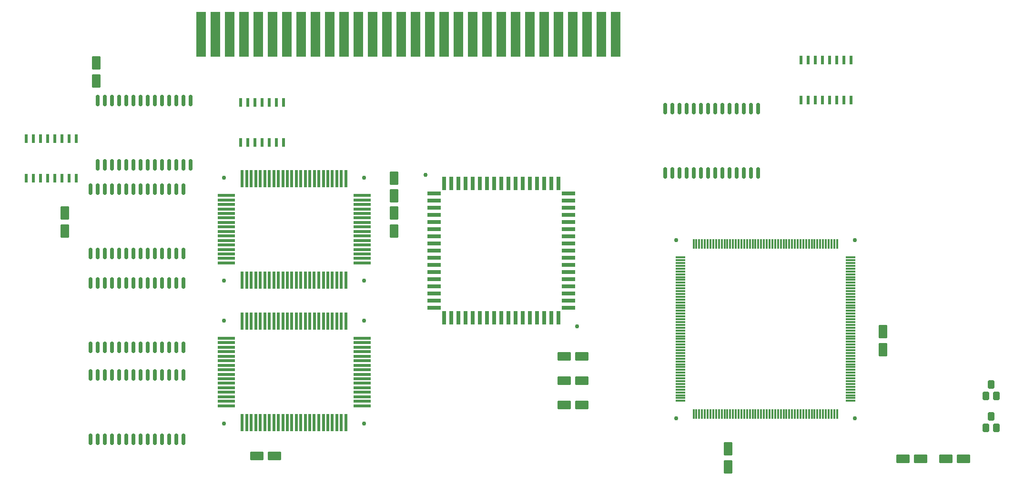
<source format=gtp>
G04 #@! TF.GenerationSoftware,KiCad,Pcbnew,7.0.2-0*
G04 #@! TF.CreationDate,2023-07-10T22:44:26+02:00*
G04 #@! TF.ProjectId,MegaCD,4d656761-4344-42e6-9b69-6361645f7063,rev?*
G04 #@! TF.SameCoordinates,Original*
G04 #@! TF.FileFunction,Paste,Top*
G04 #@! TF.FilePolarity,Positive*
%FSLAX46Y46*%
G04 Gerber Fmt 4.6, Leading zero omitted, Abs format (unit mm)*
G04 Created by KiCad (PCBNEW 7.0.2-0) date 2023-07-10 22:44:26*
%MOMM*%
%LPD*%
G01*
G04 APERTURE LIST*
G04 Aperture macros list*
%AMRoundRect*
0 Rectangle with rounded corners*
0 $1 Rounding radius*
0 $2 $3 $4 $5 $6 $7 $8 $9 X,Y pos of 4 corners*
0 Add a 4 corners polygon primitive as box body*
4,1,4,$2,$3,$4,$5,$6,$7,$8,$9,$2,$3,0*
0 Add four circle primitives for the rounded corners*
1,1,$1+$1,$2,$3*
1,1,$1+$1,$4,$5*
1,1,$1+$1,$6,$7*
1,1,$1+$1,$8,$9*
0 Add four rect primitives between the rounded corners*
20,1,$1+$1,$2,$3,$4,$5,0*
20,1,$1+$1,$4,$5,$6,$7,0*
20,1,$1+$1,$6,$7,$8,$9,0*
20,1,$1+$1,$8,$9,$2,$3,0*%
G04 Aperture macros list end*
%ADD10R,0.600000X1.500000*%
%ADD11RoundRect,0.250000X-0.947000X-0.550000X0.947000X-0.550000X0.947000X0.550000X-0.947000X0.550000X0*%
%ADD12RoundRect,0.150000X0.150000X-0.850000X0.150000X0.850000X-0.150000X0.850000X-0.150000X-0.850000X0*%
%ADD13RoundRect,0.250000X0.550000X-0.947000X0.550000X0.947000X-0.550000X0.947000X-0.550000X-0.947000X0*%
%ADD14C,0.750000*%
%ADD15R,0.500000X3.160000*%
%ADD16R,3.160000X0.500000*%
%ADD17RoundRect,0.300000X0.300000X-0.450000X0.300000X0.450000X-0.300000X0.450000X-0.300000X-0.450000X0*%
%ADD18R,1.778000X8.000000*%
%ADD19RoundRect,0.250000X0.947000X0.550000X-0.947000X0.550000X-0.947000X-0.550000X0.947000X-0.550000X0*%
%ADD20R,2.425000X0.700000*%
%ADD21R,0.700000X2.425000*%
%ADD22RoundRect,0.075000X0.075000X-0.787500X0.075000X0.787500X-0.075000X0.787500X-0.075000X-0.787500X0*%
%ADD23RoundRect,0.075000X0.787500X-0.075000X0.787500X0.075000X-0.787500X0.075000X-0.787500X-0.075000X0*%
G04 APERTURE END LIST*
D10*
X52705000Y-76442000D03*
X53975000Y-76442000D03*
X55245000Y-76442000D03*
X56515000Y-76442000D03*
X57785000Y-76442000D03*
X59055000Y-76442000D03*
X60325000Y-76442000D03*
X61595000Y-76442000D03*
X61595000Y-69342000D03*
X60325000Y-69342000D03*
X59055000Y-69342000D03*
X57785000Y-69342000D03*
X56515000Y-69342000D03*
X55245000Y-69342000D03*
X53975000Y-69342000D03*
X52705000Y-69342000D03*
D11*
X148287000Y-116713000D03*
X151481000Y-116713000D03*
D12*
X166243000Y-75438000D03*
X167513000Y-75438000D03*
X168783000Y-75438000D03*
X170053000Y-75438000D03*
X171323000Y-75438000D03*
X172593000Y-75438000D03*
X173863000Y-75438000D03*
X175133000Y-75438000D03*
X176403000Y-75438000D03*
X177673000Y-75438000D03*
X178943000Y-75438000D03*
X180213000Y-75438000D03*
X181483000Y-75438000D03*
X182753000Y-75438000D03*
X182753000Y-64008000D03*
X181483000Y-64008000D03*
X180213000Y-64008000D03*
X178943000Y-64008000D03*
X177673000Y-64008000D03*
X176403000Y-64008000D03*
X175133000Y-64008000D03*
X173863000Y-64008000D03*
X172593000Y-64008000D03*
X171323000Y-64008000D03*
X170053000Y-64008000D03*
X168783000Y-64008000D03*
X167513000Y-64008000D03*
X166243000Y-64008000D03*
D13*
X59563000Y-85820000D03*
X59563000Y-82626000D03*
X177419000Y-127684000D03*
X177419000Y-124490000D03*
D11*
X148287000Y-112395000D03*
X151481000Y-112395000D03*
X148287000Y-108077000D03*
X151481000Y-108077000D03*
D14*
X87877000Y-119993000D03*
X112769000Y-119991000D03*
X87877000Y-101705000D03*
X112769000Y-101703000D03*
D15*
X91123000Y-119866000D03*
X91923000Y-119866000D03*
X92723000Y-119866000D03*
X93523000Y-119866000D03*
X94323000Y-119866000D03*
X95123000Y-119866000D03*
X95923000Y-119866000D03*
X96723000Y-119866000D03*
X97523000Y-119866000D03*
X98323000Y-119866000D03*
X99123000Y-119866000D03*
X99923000Y-119866000D03*
X100723000Y-119866000D03*
X101523000Y-119866000D03*
X102323000Y-119866000D03*
X103123000Y-119866000D03*
X103903000Y-119866000D03*
X104723000Y-119866000D03*
X105523000Y-119866000D03*
X106323000Y-119866000D03*
X107123000Y-119866000D03*
X107923000Y-119866000D03*
X108723000Y-119866000D03*
X109523000Y-119866000D03*
D16*
X112388000Y-116849000D03*
X112388000Y-116049000D03*
X112388000Y-115249000D03*
X112388000Y-114449000D03*
X112388000Y-113649000D03*
X112388000Y-112849000D03*
X112388000Y-112049000D03*
X112388000Y-111249000D03*
X112388000Y-110449000D03*
X112388000Y-109649000D03*
X112388000Y-108849000D03*
X112388000Y-108049000D03*
X112388000Y-107249000D03*
X112388000Y-106449000D03*
X112388000Y-105649000D03*
X112388000Y-104849000D03*
D15*
X109523000Y-101832000D03*
X108723000Y-101832000D03*
X107923000Y-101832000D03*
X107123000Y-101832000D03*
X106323000Y-101832000D03*
X105523000Y-101832000D03*
X104723000Y-101832000D03*
X103923000Y-101832000D03*
X103123000Y-101832000D03*
X102323000Y-101832000D03*
X101523000Y-101832000D03*
X100723000Y-101832000D03*
X99923000Y-101832000D03*
X99123000Y-101832000D03*
X98323000Y-101832000D03*
X97523000Y-101832000D03*
X96723000Y-101832000D03*
X95923000Y-101832000D03*
X95123000Y-101832000D03*
X94323000Y-101832000D03*
X93523000Y-101832000D03*
X92723000Y-101832000D03*
X91923000Y-101832000D03*
X91123000Y-101832000D03*
D16*
X88258000Y-104849000D03*
X88258000Y-105649000D03*
X88258000Y-106449000D03*
X88258000Y-107249000D03*
X88258000Y-108049000D03*
X88258000Y-108849000D03*
X88258000Y-109649000D03*
X88258000Y-110449000D03*
X88258000Y-111249000D03*
X88258000Y-112049000D03*
X88258000Y-112849000D03*
X88258000Y-113649000D03*
X88258000Y-114449000D03*
X88258000Y-115249000D03*
X88258000Y-116049000D03*
X88258000Y-116849000D03*
D13*
X65151000Y-59128000D03*
X65151000Y-55934000D03*
D17*
X223205000Y-115062000D03*
X225105000Y-115062000D03*
X224155000Y-113030000D03*
D12*
X64135000Y-122809000D03*
X65405000Y-122809000D03*
X66675000Y-122809000D03*
X67945000Y-122809000D03*
X69215000Y-122809000D03*
X70485000Y-122809000D03*
X71755000Y-122809000D03*
X73025000Y-122809000D03*
X74295000Y-122809000D03*
X75565000Y-122809000D03*
X76835000Y-122809000D03*
X78105000Y-122809000D03*
X79375000Y-122809000D03*
X80645000Y-122809000D03*
X80645000Y-111379000D03*
X79375000Y-111379000D03*
X78105000Y-111379000D03*
X76835000Y-111379000D03*
X75565000Y-111379000D03*
X74295000Y-111379000D03*
X73025000Y-111379000D03*
X71755000Y-111379000D03*
X70485000Y-111379000D03*
X69215000Y-111379000D03*
X67945000Y-111379000D03*
X66675000Y-111379000D03*
X65405000Y-111379000D03*
X64135000Y-111379000D03*
X65405000Y-74041000D03*
X66675000Y-74041000D03*
X67945000Y-74041000D03*
X69215000Y-74041000D03*
X70485000Y-74041000D03*
X71755000Y-74041000D03*
X73025000Y-74041000D03*
X74295000Y-74041000D03*
X75565000Y-74041000D03*
X76835000Y-74041000D03*
X78105000Y-74041000D03*
X79375000Y-74041000D03*
X80645000Y-74041000D03*
X81915000Y-74041000D03*
X81915000Y-62611000D03*
X80645000Y-62611000D03*
X79375000Y-62611000D03*
X78105000Y-62611000D03*
X76835000Y-62611000D03*
X75565000Y-62611000D03*
X74295000Y-62611000D03*
X73025000Y-62611000D03*
X71755000Y-62611000D03*
X70485000Y-62611000D03*
X69215000Y-62611000D03*
X67945000Y-62611000D03*
X66675000Y-62611000D03*
X65405000Y-62611000D03*
X64135000Y-106426000D03*
X65405000Y-106426000D03*
X66675000Y-106426000D03*
X67945000Y-106426000D03*
X69215000Y-106426000D03*
X70485000Y-106426000D03*
X71755000Y-106426000D03*
X73025000Y-106426000D03*
X74295000Y-106426000D03*
X75565000Y-106426000D03*
X76835000Y-106426000D03*
X78105000Y-106426000D03*
X79375000Y-106426000D03*
X80645000Y-106426000D03*
X80645000Y-94996000D03*
X79375000Y-94996000D03*
X78105000Y-94996000D03*
X76835000Y-94996000D03*
X75565000Y-94996000D03*
X74295000Y-94996000D03*
X73025000Y-94996000D03*
X71755000Y-94996000D03*
X70485000Y-94996000D03*
X69215000Y-94996000D03*
X67945000Y-94996000D03*
X66675000Y-94996000D03*
X65405000Y-94996000D03*
X64135000Y-94996000D03*
D18*
X157480000Y-50800000D03*
X154940000Y-50800000D03*
X152400000Y-50800000D03*
X149860000Y-50800000D03*
X147320000Y-50800000D03*
X144780000Y-50800000D03*
X142240000Y-50800000D03*
X139700000Y-50800000D03*
X137160000Y-50800000D03*
X134620000Y-50800000D03*
X132080000Y-50800000D03*
X129540000Y-50800000D03*
X127000000Y-50800000D03*
X124460000Y-50800000D03*
X121920000Y-50800000D03*
X119380000Y-50800000D03*
X116840000Y-50800000D03*
X114300000Y-50800000D03*
X111760000Y-50800000D03*
X109220000Y-50800000D03*
X106680000Y-50800000D03*
X104140000Y-50800000D03*
X101600000Y-50800000D03*
X99060000Y-50800000D03*
X96520000Y-50800000D03*
X93980000Y-50800000D03*
X91440000Y-50800000D03*
X88900000Y-50800000D03*
X86360000Y-50800000D03*
X83820000Y-50800000D03*
D10*
X190373000Y-62484000D03*
X191643000Y-62484000D03*
X192913000Y-62484000D03*
X194183000Y-62484000D03*
X195453000Y-62484000D03*
X196723000Y-62484000D03*
X197993000Y-62484000D03*
X199263000Y-62484000D03*
X199263000Y-55384000D03*
X197993000Y-55384000D03*
X196723000Y-55384000D03*
X195453000Y-55384000D03*
X194183000Y-55384000D03*
X192913000Y-55384000D03*
X191643000Y-55384000D03*
X190373000Y-55384000D03*
X90830400Y-70027800D03*
X92100400Y-70027800D03*
X93370400Y-70027800D03*
X94640400Y-70027800D03*
X95910400Y-70027800D03*
X97180400Y-70027800D03*
X98450400Y-70027800D03*
X98450400Y-62921800D03*
X97180400Y-62927800D03*
X95910400Y-62927800D03*
X94640400Y-62927800D03*
X93370400Y-62927800D03*
X92100400Y-62927800D03*
X90830400Y-62927800D03*
D17*
X223205000Y-120777000D03*
X225105000Y-120777000D03*
X224155000Y-118745000D03*
D13*
X204978000Y-106880000D03*
X204978000Y-103686000D03*
X118110000Y-85774000D03*
X118110000Y-82580000D03*
D19*
X96871000Y-125730000D03*
X93677000Y-125730000D03*
X211679000Y-126238000D03*
X208485000Y-126238000D03*
D14*
X87877000Y-94615000D03*
X112769000Y-94613000D03*
X87877000Y-76327000D03*
X112769000Y-76325000D03*
D15*
X91123000Y-94488000D03*
X91923000Y-94488000D03*
X92723000Y-94488000D03*
X93523000Y-94488000D03*
X94323000Y-94488000D03*
X95123000Y-94488000D03*
X95923000Y-94488000D03*
X96723000Y-94488000D03*
X97523000Y-94488000D03*
X98323000Y-94488000D03*
X99123000Y-94488000D03*
X99923000Y-94488000D03*
X100723000Y-94488000D03*
X101523000Y-94488000D03*
X102323000Y-94488000D03*
X103123000Y-94488000D03*
X103903000Y-94488000D03*
X104723000Y-94488000D03*
X105523000Y-94488000D03*
X106323000Y-94488000D03*
X107123000Y-94488000D03*
X107923000Y-94488000D03*
X108723000Y-94488000D03*
X109523000Y-94488000D03*
D16*
X112388000Y-91471000D03*
X112388000Y-90671000D03*
X112388000Y-89871000D03*
X112388000Y-89071000D03*
X112388000Y-88271000D03*
X112388000Y-87471000D03*
X112388000Y-86671000D03*
X112388000Y-85871000D03*
X112388000Y-85071000D03*
X112388000Y-84271000D03*
X112388000Y-83471000D03*
X112388000Y-82671000D03*
X112388000Y-81871000D03*
X112388000Y-81071000D03*
X112388000Y-80271000D03*
X112388000Y-79471000D03*
D15*
X109523000Y-76454000D03*
X108723000Y-76454000D03*
X107923000Y-76454000D03*
X107123000Y-76454000D03*
X106323000Y-76454000D03*
X105523000Y-76454000D03*
X104723000Y-76454000D03*
X103923000Y-76454000D03*
X103123000Y-76454000D03*
X102323000Y-76454000D03*
X101523000Y-76454000D03*
X100723000Y-76454000D03*
X99923000Y-76454000D03*
X99123000Y-76454000D03*
X98323000Y-76454000D03*
X97523000Y-76454000D03*
X96723000Y-76454000D03*
X95923000Y-76454000D03*
X95123000Y-76454000D03*
X94323000Y-76454000D03*
X93523000Y-76454000D03*
X92723000Y-76454000D03*
X91923000Y-76454000D03*
X91123000Y-76454000D03*
D16*
X88258000Y-79471000D03*
X88258000Y-80271000D03*
X88258000Y-81071000D03*
X88258000Y-81871000D03*
X88258000Y-82671000D03*
X88258000Y-83471000D03*
X88258000Y-84271000D03*
X88258000Y-85071000D03*
X88258000Y-85871000D03*
X88258000Y-86671000D03*
X88258000Y-87471000D03*
X88258000Y-88271000D03*
X88258000Y-89071000D03*
X88258000Y-89871000D03*
X88258000Y-90671000D03*
X88258000Y-91471000D03*
D14*
X150622000Y-102743000D03*
X123698000Y-75819000D03*
D20*
X125222000Y-89281000D03*
X125222000Y-90551000D03*
X125222000Y-91821000D03*
X125222000Y-93091000D03*
X125222000Y-94361000D03*
X125222000Y-95631000D03*
X125222000Y-96901000D03*
X125222000Y-98171000D03*
X125222000Y-99441000D03*
D21*
X127000000Y-101219000D03*
X128270000Y-101219000D03*
X129540000Y-101219000D03*
X130810000Y-101219000D03*
X132080000Y-101219000D03*
X133350000Y-101219000D03*
X134620000Y-101219000D03*
X135890000Y-101219000D03*
X137160000Y-101219000D03*
X138430000Y-101219000D03*
X139700000Y-101219000D03*
X140970000Y-101219000D03*
X142240000Y-101219000D03*
X143510000Y-101219000D03*
X144780000Y-101219000D03*
X146050000Y-101219000D03*
X147320000Y-101219000D03*
D20*
X149098000Y-99441000D03*
X149098000Y-98171000D03*
X149098000Y-96901000D03*
X149098000Y-95631000D03*
X149098000Y-94361000D03*
X149098000Y-93091000D03*
X149098000Y-91821000D03*
X149098000Y-90551000D03*
X149098000Y-89281000D03*
X149098000Y-88011000D03*
X149098000Y-86741000D03*
X149098000Y-85471000D03*
X149098000Y-84201000D03*
X149098000Y-82931000D03*
X149098000Y-81661000D03*
X149098000Y-80391000D03*
X149098000Y-79121000D03*
D21*
X147320000Y-77343000D03*
X146050000Y-77343000D03*
X144780000Y-77343000D03*
X143510000Y-77343000D03*
X142240000Y-77343000D03*
X140970000Y-77343000D03*
X139700000Y-77343000D03*
X138430000Y-77343000D03*
X137160000Y-77343000D03*
X135890000Y-77343000D03*
X134620000Y-77343000D03*
X133350000Y-77343000D03*
X132080000Y-77343000D03*
X130810000Y-77343000D03*
X129540000Y-77343000D03*
X128270000Y-77343000D03*
X127000000Y-77343000D03*
D20*
X125222000Y-79121000D03*
X125222000Y-80391000D03*
X125222000Y-81661000D03*
X125222000Y-82931000D03*
X125222000Y-84201000D03*
X125222000Y-85471000D03*
X125222000Y-86741000D03*
X125222000Y-88011000D03*
D19*
X219297000Y-126238000D03*
X216103000Y-126238000D03*
D13*
X118110000Y-79575000D03*
X118110000Y-76381000D03*
D14*
X168184000Y-119102500D03*
X199934000Y-119102500D03*
X168208000Y-87374500D03*
X199934000Y-87374500D03*
D22*
X171309000Y-118340500D03*
X171809000Y-118340500D03*
X172309000Y-118340500D03*
X172809000Y-118340500D03*
X173309000Y-118340500D03*
X173809000Y-118340500D03*
X174309000Y-118340500D03*
X174809000Y-118340500D03*
X175309000Y-118340500D03*
X175809000Y-118340500D03*
X176309000Y-118340500D03*
X176809000Y-118340500D03*
X177309000Y-118340500D03*
X177809000Y-118340500D03*
X178309000Y-118340500D03*
X178809000Y-118340500D03*
X179309000Y-118340500D03*
X179809000Y-118340500D03*
X180309000Y-118340500D03*
X180809000Y-118340500D03*
X181309000Y-118340500D03*
X181809000Y-118340500D03*
X182309000Y-118340500D03*
X182809000Y-118340500D03*
X183309000Y-118340500D03*
X183809000Y-118340500D03*
X184309000Y-118340500D03*
X184809000Y-118340500D03*
X185309000Y-118340500D03*
X185809000Y-118340500D03*
X186309000Y-118340500D03*
X186809000Y-118340500D03*
X187309000Y-118340500D03*
X187809000Y-118340500D03*
X188309000Y-118340500D03*
X188809000Y-118340500D03*
X189309000Y-118340500D03*
X189809000Y-118340500D03*
X190309000Y-118340500D03*
X190809000Y-118340500D03*
X191309000Y-118340500D03*
X191809000Y-118340500D03*
X192309000Y-118340500D03*
X192809000Y-118340500D03*
X193309000Y-118340500D03*
X193809000Y-118340500D03*
X194309000Y-118340500D03*
X194809000Y-118340500D03*
X195309000Y-118340500D03*
X195809000Y-118340500D03*
X196309000Y-118340500D03*
X196809000Y-118340500D03*
D23*
X199172000Y-115977500D03*
X199172000Y-115477500D03*
X199172000Y-114977500D03*
X199172000Y-114477500D03*
X199172000Y-113977500D03*
X199172000Y-113477500D03*
X199172000Y-112977500D03*
X199172000Y-112477500D03*
X199172000Y-111977500D03*
X199172000Y-111477500D03*
X199172000Y-110977500D03*
X199172000Y-110477500D03*
X199172000Y-109977500D03*
X199172000Y-109477500D03*
X199172000Y-108977500D03*
X199172000Y-108477500D03*
X199172000Y-107977500D03*
X199172000Y-107477500D03*
X199172000Y-106977500D03*
X199172000Y-106477500D03*
X199172000Y-105977500D03*
X199172000Y-105477500D03*
X199172000Y-104977500D03*
X199172000Y-104477500D03*
X199172000Y-103977500D03*
X199172000Y-103477500D03*
X199172000Y-102977500D03*
X199172000Y-102477500D03*
X199172000Y-101977500D03*
X199172000Y-101477500D03*
X199172000Y-100977500D03*
X199172000Y-100477500D03*
X199172000Y-99977500D03*
X199172000Y-99477500D03*
X199172000Y-98977500D03*
X199172000Y-98477500D03*
X199172000Y-97977500D03*
X199172000Y-97477500D03*
X199172000Y-96977500D03*
X199172000Y-96477500D03*
X199172000Y-95977500D03*
X199172000Y-95477500D03*
X199172000Y-94977500D03*
X199172000Y-94477500D03*
X199172000Y-93977500D03*
X199172000Y-93477500D03*
X199172000Y-92977500D03*
X199172000Y-92477500D03*
X199172000Y-91977500D03*
X199172000Y-91477500D03*
X199172000Y-90977500D03*
X199172000Y-90477500D03*
D22*
X196809000Y-88114500D03*
X196309000Y-88114500D03*
X195809000Y-88114500D03*
X195309000Y-88114500D03*
X194809000Y-88114500D03*
X194309000Y-88114500D03*
X193809000Y-88114500D03*
X193309000Y-88114500D03*
X192809000Y-88114500D03*
X192309000Y-88114500D03*
X191809000Y-88114500D03*
X191309000Y-88114500D03*
X190809000Y-88114500D03*
X190309000Y-88114500D03*
X189809000Y-88114500D03*
X189309000Y-88114500D03*
X188809000Y-88114500D03*
X188309000Y-88114500D03*
X187809000Y-88114500D03*
X187309000Y-88114500D03*
X186809000Y-88114500D03*
X186309000Y-88114500D03*
X185809000Y-88114500D03*
X185309000Y-88114500D03*
X184809000Y-88114500D03*
X184309000Y-88114500D03*
X183809000Y-88114500D03*
X183309000Y-88114500D03*
X182809000Y-88114500D03*
X182309000Y-88114500D03*
X181809000Y-88114500D03*
X181309000Y-88114500D03*
X180809000Y-88114500D03*
X180309000Y-88114500D03*
X179809000Y-88114500D03*
X179309000Y-88114500D03*
X178809000Y-88114500D03*
X178309000Y-88114500D03*
X177809000Y-88114500D03*
X177309000Y-88114500D03*
X176809000Y-88114500D03*
X176309000Y-88114500D03*
X175809000Y-88114500D03*
X175309000Y-88114500D03*
X174809000Y-88114500D03*
X174309000Y-88114500D03*
X173809000Y-88114500D03*
X173309000Y-88114500D03*
X172809000Y-88114500D03*
X172309000Y-88114500D03*
X171809000Y-88114500D03*
X171309000Y-88114500D03*
D23*
X168946000Y-90477500D03*
X168946000Y-90977500D03*
X168946000Y-91477500D03*
X168946000Y-91977500D03*
X168946000Y-92477500D03*
X168946000Y-92977500D03*
X168946000Y-93477500D03*
X168946000Y-93977500D03*
X168946000Y-94477500D03*
X168946000Y-94977500D03*
X168946000Y-95477500D03*
X168946000Y-95977500D03*
X168946000Y-96477500D03*
X168946000Y-96977500D03*
X168946000Y-97477500D03*
X168946000Y-97977500D03*
X168946000Y-98477500D03*
X168946000Y-98977500D03*
X168946000Y-99477500D03*
X168946000Y-99977500D03*
X168946000Y-100477500D03*
X168946000Y-100977500D03*
X168946000Y-101477500D03*
X168946000Y-101977500D03*
X168946000Y-102477500D03*
X168946000Y-102977500D03*
X168946000Y-103477500D03*
X168946000Y-103977500D03*
X168946000Y-104477500D03*
X168946000Y-104977500D03*
X168946000Y-105477500D03*
X168946000Y-105977500D03*
X168946000Y-106477500D03*
X168946000Y-106977500D03*
X168946000Y-107477500D03*
X168946000Y-107977500D03*
X168946000Y-108477500D03*
X168946000Y-108977500D03*
X168946000Y-109477500D03*
X168946000Y-109977500D03*
X168946000Y-110477500D03*
X168946000Y-110977500D03*
X168946000Y-111477500D03*
X168946000Y-111977500D03*
X168946000Y-112477500D03*
X168946000Y-112977500D03*
X168946000Y-113477500D03*
X168946000Y-113977500D03*
X168946000Y-114477500D03*
X168946000Y-114977500D03*
X168946000Y-115477500D03*
X168946000Y-115977500D03*
D12*
X64135000Y-89789000D03*
X65405000Y-89789000D03*
X66675000Y-89789000D03*
X67945000Y-89789000D03*
X69215000Y-89789000D03*
X70485000Y-89789000D03*
X71755000Y-89789000D03*
X73025000Y-89789000D03*
X74295000Y-89789000D03*
X75565000Y-89789000D03*
X76835000Y-89789000D03*
X78105000Y-89789000D03*
X79375000Y-89789000D03*
X80645000Y-89789000D03*
X80645000Y-78359000D03*
X79375000Y-78359000D03*
X78105000Y-78359000D03*
X76835000Y-78359000D03*
X75565000Y-78359000D03*
X74295000Y-78359000D03*
X73025000Y-78359000D03*
X71755000Y-78359000D03*
X70485000Y-78359000D03*
X69215000Y-78359000D03*
X67945000Y-78359000D03*
X66675000Y-78359000D03*
X65405000Y-78359000D03*
X64135000Y-78359000D03*
M02*

</source>
